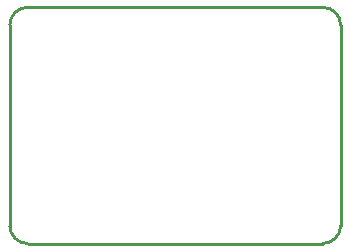
<source format=gbr>
G04 #@! TF.GenerationSoftware,KiCad,Pcbnew,(5.1.8)-1*
G04 #@! TF.CreationDate,2021-02-24T14:52:37-06:00*
G04 #@! TF.ProjectId,STLINK_Adapter,53544c49-4e4b-45f4-9164-61707465722e,rev?*
G04 #@! TF.SameCoordinates,Original*
G04 #@! TF.FileFunction,Profile,NP*
%FSLAX46Y46*%
G04 Gerber Fmt 4.6, Leading zero omitted, Abs format (unit mm)*
G04 Created by KiCad (PCBNEW (5.1.8)-1) date 2021-02-24 14:52:37*
%MOMM*%
%LPD*%
G01*
G04 APERTURE LIST*
G04 #@! TA.AperFunction,Profile*
%ADD10C,0.254000*%
G04 #@! TD*
G04 APERTURE END LIST*
D10*
X112500000Y-90000000D02*
G75*
G02*
X114000000Y-91500000I0J-1500000D01*
G01*
X114000000Y-108500000D02*
G75*
G02*
X112500000Y-110000000I-1500000J0D01*
G01*
X87500000Y-110000000D02*
G75*
G02*
X86000000Y-108500000I0J1500000D01*
G01*
X87500000Y-110000000D02*
X112500000Y-110000000D01*
X114000000Y-91500000D02*
X114000000Y-108500000D01*
X86000000Y-91500000D02*
X86000000Y-108500000D01*
X86000000Y-91500000D02*
G75*
G02*
X87500000Y-90000000I1500000J0D01*
G01*
X87500000Y-90000000D02*
X112500000Y-90000000D01*
M02*

</source>
